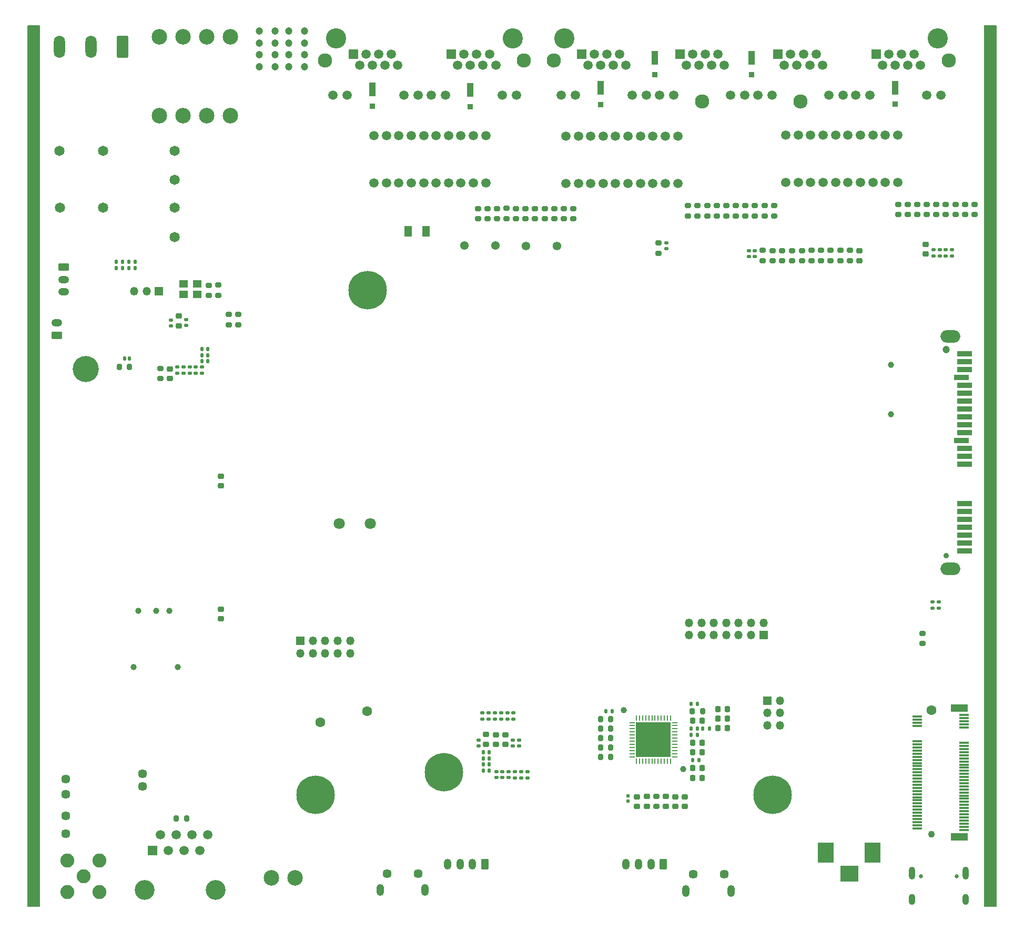
<source format=gbs>
G04 #@! TF.GenerationSoftware,KiCad,Pcbnew,8.0.0-rc1*
G04 #@! TF.CreationDate,2025-03-26T09:49:13+03:00*
G04 #@! TF.ProjectId,Movita_3566_HXV_Router_V4.1,4d6f7669-7461-45f3-9335-36365f485856,REV1*
G04 #@! TF.SameCoordinates,Original*
G04 #@! TF.FileFunction,Soldermask,Bot*
G04 #@! TF.FilePolarity,Negative*
%FSLAX46Y46*%
G04 Gerber Fmt 4.6, Leading zero omitted, Abs format (unit mm)*
G04 Created by KiCad (PCBNEW 8.0.0-rc1) date 2025-03-26 09:49:13*
%MOMM*%
%LPD*%
G01*
G04 APERTURE LIST*
G04 Aperture macros list*
%AMRoundRect*
0 Rectangle with rounded corners*
0 $1 Rounding radius*
0 $2 $3 $4 $5 $6 $7 $8 $9 X,Y pos of 4 corners*
0 Add a 4 corners polygon primitive as box body*
4,1,4,$2,$3,$4,$5,$6,$7,$8,$9,$2,$3,0*
0 Add four circle primitives for the rounded corners*
1,1,$1+$1,$2,$3*
1,1,$1+$1,$4,$5*
1,1,$1+$1,$6,$7*
1,1,$1+$1,$8,$9*
0 Add four rect primitives between the rounded corners*
20,1,$1+$1,$2,$3,$4,$5,0*
20,1,$1+$1,$4,$5,$6,$7,0*
20,1,$1+$1,$6,$7,$8,$9,0*
20,1,$1+$1,$8,$9,$2,$3,0*%
G04 Aperture macros list end*
%ADD10C,1.500000*%
%ADD11RoundRect,0.250000X-0.625000X0.350000X-0.625000X-0.350000X0.625000X-0.350000X0.625000X0.350000X0*%
%ADD12O,1.750000X1.200000*%
%ADD13C,1.381000*%
%ADD14C,1.200000*%
%ADD15O,1.200000X1.900000*%
%ADD16C,1.450000*%
%ADD17C,4.200000*%
%ADD18C,3.250000*%
%ADD19R,1.500000X1.500000*%
%ADD20C,2.300000*%
%ADD21C,0.900000*%
%ADD22C,6.200000*%
%ADD23R,2.500000X3.200000*%
%ADD24R,3.000000X2.500000*%
%ADD25R,1.350000X1.350000*%
%ADD26O,1.350000X1.350000*%
%ADD27C,1.650000*%
%ADD28C,2.250000*%
%ADD29RoundRect,0.250000X0.625000X-0.350000X0.625000X0.350000X-0.625000X0.350000X-0.625000X-0.350000X0*%
%ADD30C,2.500000*%
%ADD31C,0.650000*%
%ADD32O,1.000000X2.100000*%
%ADD33O,1.000000X1.800000*%
%ADD34RoundRect,0.250000X0.650000X1.550000X-0.650000X1.550000X-0.650000X-1.550000X0.650000X-1.550000X0*%
%ADD35O,1.800000X3.600000*%
%ADD36C,3.200000*%
%ADD37C,1.000000*%
%ADD38C,1.800000*%
%ADD39RoundRect,0.140000X0.170000X-0.140000X0.170000X0.140000X-0.170000X0.140000X-0.170000X-0.140000X0*%
%ADD40RoundRect,0.135000X-0.135000X-0.185000X0.135000X-0.185000X0.135000X0.185000X-0.135000X0.185000X0*%
%ADD41RoundRect,0.200000X0.275000X-0.200000X0.275000X0.200000X-0.275000X0.200000X-0.275000X-0.200000X0*%
%ADD42RoundRect,0.140000X-0.170000X0.140000X-0.170000X-0.140000X0.170000X-0.140000X0.170000X0.140000X0*%
%ADD43RoundRect,0.135000X0.135000X0.185000X-0.135000X0.185000X-0.135000X-0.185000X0.135000X-0.185000X0*%
%ADD44RoundRect,0.200000X-0.275000X0.200000X-0.275000X-0.200000X0.275000X-0.200000X0.275000X0.200000X0*%
%ADD45RoundRect,0.062500X-0.062500X0.375000X-0.062500X-0.375000X0.062500X-0.375000X0.062500X0.375000X0*%
%ADD46RoundRect,0.062500X-0.375000X0.062500X-0.375000X-0.062500X0.375000X-0.062500X0.375000X0.062500X0*%
%ADD47R,5.600000X5.600000*%
%ADD48RoundRect,0.225000X0.250000X-0.225000X0.250000X0.225000X-0.250000X0.225000X-0.250000X-0.225000X0*%
%ADD49RoundRect,0.225000X-0.225000X-0.250000X0.225000X-0.250000X0.225000X0.250000X-0.225000X0.250000X0*%
%ADD50RoundRect,0.135000X-0.185000X0.135000X-0.185000X-0.135000X0.185000X-0.135000X0.185000X0.135000X0*%
%ADD51R,1.120000X2.170000*%
%ADD52R,0.850000X0.850000*%
%ADD53RoundRect,0.225000X-0.250000X0.225000X-0.250000X-0.225000X0.250000X-0.225000X0.250000X0.225000X0*%
%ADD54C,1.600000*%
%ADD55RoundRect,0.200000X0.200000X0.275000X-0.200000X0.275000X-0.200000X-0.275000X0.200000X-0.275000X0*%
%ADD56RoundRect,0.140000X-0.140000X-0.170000X0.140000X-0.170000X0.140000X0.170000X-0.140000X0.170000X0*%
%ADD57R,0.600000X0.550000*%
%ADD58RoundRect,0.135000X0.185000X-0.135000X0.185000X0.135000X-0.185000X0.135000X-0.185000X-0.135000X0*%
%ADD59RoundRect,0.250000X0.350000X0.625000X-0.350000X0.625000X-0.350000X-0.625000X0.350000X-0.625000X0*%
%ADD60O,1.200000X1.750000*%
%ADD61R,1.200000X1.800000*%
%ADD62RoundRect,0.225000X0.225000X0.250000X-0.225000X0.250000X-0.225000X-0.250000X0.225000X-0.250000X0*%
%ADD63C,1.100000*%
%ADD64R,1.550000X0.300000*%
%ADD65R,2.750000X1.200000*%
%ADD66RoundRect,0.125000X0.125000X0.175000X-0.125000X0.175000X-0.125000X-0.175000X0.125000X-0.175000X0*%
%ADD67RoundRect,0.200000X-0.200000X-0.275000X0.200000X-0.275000X0.200000X0.275000X-0.200000X0.275000X0*%
%ADD68O,3.200000X2.000000*%
%ADD69R,2.400000X0.900000*%
%ADD70RoundRect,0.500000X-0.200000X-0.150000X0.200000X-0.150000X0.200000X0.150000X-0.200000X0.150000X0*%
%ADD71R,1.400000X1.200000*%
G04 APERTURE END LIST*
D10*
X103250000Y-50940000D03*
X105250000Y-50940000D03*
X107250000Y-50940000D03*
X109250000Y-50940000D03*
X111250000Y-50940000D03*
X113250000Y-50940000D03*
X115250000Y-50940000D03*
X117250000Y-50940000D03*
X119250000Y-50940000D03*
X121250000Y-50940000D03*
X121250000Y-43320000D03*
X119250000Y-43320000D03*
X117250000Y-43320000D03*
X115250000Y-43320000D03*
X113250000Y-43320000D03*
X111250000Y-43320000D03*
X109250000Y-43320000D03*
X107250000Y-43320000D03*
X105250000Y-43320000D03*
X103250000Y-43320000D03*
D11*
X53280000Y-64530000D03*
D12*
X53280000Y-66530000D03*
X53280000Y-68530000D03*
D13*
X117830000Y-61090000D03*
X122830000Y-61090000D03*
D14*
X89550000Y-26540000D03*
X92090000Y-26540000D03*
X89550000Y-28440000D03*
X92090000Y-28440000D03*
X89550000Y-30340000D03*
X92090000Y-30340000D03*
X89550000Y-32240000D03*
X92090000Y-32240000D03*
D15*
X104240000Y-164890000D03*
D16*
X105365000Y-162210000D03*
X110365000Y-162210000D03*
D15*
X111490000Y-164890000D03*
D13*
X132690000Y-61100000D03*
X127690000Y-61100000D03*
D17*
X56820000Y-80930000D03*
D14*
X84810000Y-26540000D03*
X87350000Y-26540000D03*
X84810000Y-28440000D03*
X87350000Y-28440000D03*
X84810000Y-30340000D03*
X87350000Y-30340000D03*
X84810000Y-32240000D03*
X87350000Y-32240000D03*
D18*
X125630000Y-27670000D03*
X97130000Y-27670000D03*
D19*
X99910000Y-30210000D03*
X115710000Y-30210000D03*
D10*
X100930000Y-31990000D03*
X116730000Y-31990000D03*
X101950000Y-30210000D03*
X117750000Y-30210000D03*
X102970000Y-31990000D03*
X118770000Y-31990000D03*
X103990000Y-30210000D03*
X119790000Y-30210000D03*
X105010000Y-31990000D03*
X120810000Y-31990000D03*
X106030000Y-30210000D03*
X121830000Y-30210000D03*
X107050000Y-31990000D03*
X122850000Y-31990000D03*
X98920000Y-36800000D03*
X96630000Y-36800000D03*
X110350000Y-36800000D03*
X108060000Y-36800000D03*
X114730000Y-36800000D03*
X112440000Y-36800000D03*
X126160000Y-36800000D03*
X123870000Y-36800000D03*
D20*
X127380000Y-31230000D03*
X95380000Y-31230000D03*
D21*
X99657580Y-68255000D03*
X100407580Y-66405000D03*
X100407580Y-70105000D03*
X102257580Y-65655000D03*
D22*
X102257580Y-68255000D03*
D21*
X102257580Y-70855000D03*
X104107580Y-66405000D03*
X104107580Y-70105000D03*
X104857580Y-68255000D03*
D23*
X175990000Y-158840000D03*
X183490000Y-158840000D03*
D24*
X179740000Y-162190000D03*
D25*
X166579903Y-134351703D03*
D26*
X168579903Y-134351703D03*
X166579903Y-136351703D03*
X168579903Y-136351703D03*
X166579903Y-138351703D03*
X168579903Y-138351703D03*
D27*
X71130000Y-50470000D03*
X71130000Y-45770000D03*
X59630000Y-45770000D03*
X52630000Y-45770000D03*
D25*
X165952000Y-123811703D03*
D26*
X165952000Y-121811703D03*
X163952000Y-123811703D03*
X163952000Y-121811703D03*
X161952000Y-123811703D03*
X161952000Y-121811703D03*
X159952000Y-123811703D03*
X159952000Y-121811703D03*
X157952000Y-123811703D03*
X157952000Y-121811703D03*
X155952000Y-123811703D03*
X155952000Y-121811703D03*
X153952000Y-123811703D03*
X153952000Y-121811703D03*
D25*
X68650000Y-68390000D03*
D26*
X66650000Y-68390000D03*
X64650000Y-68390000D03*
D28*
X56470000Y-162660000D03*
X53920000Y-165210000D03*
X59020000Y-165210000D03*
X59020000Y-160110000D03*
X53920000Y-160110000D03*
D25*
X91400000Y-124730000D03*
D26*
X91400000Y-126730000D03*
X93400000Y-124730000D03*
X93400000Y-126730000D03*
X95400000Y-124730000D03*
X95400000Y-126730000D03*
X97400000Y-124730000D03*
X97400000Y-126730000D03*
X99400000Y-124730000D03*
X99400000Y-126730000D03*
D18*
X194015000Y-27670000D03*
X133915000Y-27670000D03*
D19*
X136695000Y-30210000D03*
X152495000Y-30210000D03*
X168295000Y-30210000D03*
X184095000Y-30210000D03*
D10*
X137715000Y-31990000D03*
X153515000Y-31990000D03*
X169315000Y-31990000D03*
X185115000Y-31990000D03*
X138735000Y-30210000D03*
X154535000Y-30210000D03*
X170335000Y-30210000D03*
X186135000Y-30210000D03*
X139755000Y-31990000D03*
X155555000Y-31990000D03*
X171355000Y-31990000D03*
X187155000Y-31990000D03*
X140775000Y-30210000D03*
X156575000Y-30210000D03*
X172375000Y-30210000D03*
X188175000Y-30210000D03*
X141795000Y-31990000D03*
X157595000Y-31990000D03*
X173395000Y-31990000D03*
X189195000Y-31990000D03*
X142815000Y-30210000D03*
X158615000Y-30210000D03*
X174415000Y-30210000D03*
X190215000Y-30210000D03*
X143835000Y-31990000D03*
X159635000Y-31990000D03*
X175435000Y-31990000D03*
X191235000Y-31990000D03*
X135695000Y-36800000D03*
X133405000Y-36800000D03*
X147125000Y-36800000D03*
X144835000Y-36800000D03*
X151505000Y-36800000D03*
X149215000Y-36800000D03*
X162935000Y-36800000D03*
X160645000Y-36800000D03*
X167315000Y-36800000D03*
X165025000Y-36800000D03*
X178745000Y-36800000D03*
X176455000Y-36800000D03*
X183125000Y-36800000D03*
X180835000Y-36800000D03*
X194555000Y-36800000D03*
X192265000Y-36800000D03*
D20*
X195765000Y-31230000D03*
X171865000Y-37820000D03*
X156065000Y-37820000D03*
X132165000Y-31230000D03*
D27*
X71160000Y-59660000D03*
X71160000Y-54960000D03*
X59660000Y-54960000D03*
X52660000Y-54960000D03*
D15*
X153470000Y-165010000D03*
D16*
X154595000Y-162330000D03*
X159595000Y-162330000D03*
D15*
X160720000Y-165010000D03*
D29*
X52180000Y-75500000D03*
D12*
X52180000Y-73500000D03*
D30*
X68715000Y-27420000D03*
X72525000Y-27420000D03*
X76335000Y-27420000D03*
X80145000Y-27420000D03*
X68715000Y-40120000D03*
X72525000Y-40120000D03*
X76335000Y-40120000D03*
X80145000Y-40120000D03*
D31*
X191300000Y-162690000D03*
X197080000Y-162690000D03*
D32*
X189870000Y-162170000D03*
D33*
X189870000Y-166370000D03*
D32*
X198510000Y-162170000D03*
D33*
X198510000Y-166370000D03*
D10*
X134145000Y-51050000D03*
X136145000Y-51050000D03*
X138145000Y-51050000D03*
X140145000Y-51050000D03*
X142145000Y-51050000D03*
X144145000Y-51050000D03*
X146145000Y-51050000D03*
X148145000Y-51050000D03*
X150145000Y-51050000D03*
X152145000Y-51050000D03*
X152145000Y-43430000D03*
X150145000Y-43430000D03*
X148145000Y-43430000D03*
X146145000Y-43430000D03*
X144145000Y-43430000D03*
X142145000Y-43430000D03*
X140145000Y-43430000D03*
X138145000Y-43430000D03*
X136145000Y-43430000D03*
X134145000Y-43430000D03*
D34*
X62802500Y-29027500D03*
D35*
X57722500Y-29027500D03*
X52642500Y-29027500D03*
D21*
X91280000Y-149550000D03*
X92030000Y-147700000D03*
X92030000Y-151400000D03*
X93880000Y-146950000D03*
D22*
X93880000Y-149550000D03*
D21*
X93880000Y-152150000D03*
X95730000Y-147700000D03*
X95730000Y-151400000D03*
X96480000Y-149550000D03*
D36*
X66345000Y-164827500D03*
X77775000Y-164827500D03*
D19*
X67615000Y-158477500D03*
D10*
X68885000Y-155937500D03*
X70155000Y-158477500D03*
X71425000Y-155937500D03*
X72695000Y-158477500D03*
X73965000Y-155937500D03*
X75235000Y-158477500D03*
X76505000Y-155937500D03*
D21*
X164780000Y-149550000D03*
X165530000Y-147700000D03*
X165530000Y-151400000D03*
X167380000Y-146950000D03*
D22*
X167380000Y-149550000D03*
D21*
X167380000Y-152150000D03*
X169230000Y-147700000D03*
X169230000Y-151400000D03*
X169980000Y-149550000D03*
D37*
X186510000Y-88220000D03*
X186510000Y-80240000D03*
D38*
X97640000Y-105830000D03*
X102640000Y-105830000D03*
D10*
X169555000Y-50880000D03*
X171555000Y-50880000D03*
X173555000Y-50880000D03*
X175555000Y-50880000D03*
X177555000Y-50880000D03*
X179555000Y-50880000D03*
X181555000Y-50880000D03*
X183555000Y-50880000D03*
X185555000Y-50880000D03*
X187555000Y-50880000D03*
X187555000Y-43260000D03*
X185555000Y-43260000D03*
X183555000Y-43260000D03*
X181555000Y-43260000D03*
X179555000Y-43260000D03*
X177555000Y-43260000D03*
X175555000Y-43260000D03*
X173555000Y-43260000D03*
X171555000Y-43260000D03*
X169555000Y-43260000D03*
D39*
X73040000Y-73960000D03*
X73040000Y-73000000D03*
D37*
X65280000Y-119920000D03*
D40*
X140580000Y-136045000D03*
X141600000Y-136045000D03*
D39*
X70530000Y-74000000D03*
X70530000Y-73040000D03*
D41*
X79890000Y-73817500D03*
X79890000Y-72167500D03*
D42*
X124940000Y-145800000D03*
X124940000Y-146760000D03*
D39*
X122960000Y-146760000D03*
X122960000Y-145800000D03*
D43*
X155290000Y-139890000D03*
X154270000Y-139890000D03*
D41*
X81440000Y-73807500D03*
X81440000Y-72157500D03*
D44*
X187620000Y-54430000D03*
X187620000Y-56080000D03*
D45*
X145490000Y-137202500D03*
X145990000Y-137202500D03*
X146490000Y-137202500D03*
X146990000Y-137202500D03*
X147490000Y-137202500D03*
X147990000Y-137202500D03*
X148490000Y-137202500D03*
X148990000Y-137202500D03*
X149490000Y-137202500D03*
X149990000Y-137202500D03*
X150490000Y-137202500D03*
X150990000Y-137202500D03*
D46*
X151677500Y-137890000D03*
X151677500Y-138390000D03*
X151677500Y-138890000D03*
X151677500Y-139390000D03*
X151677500Y-139890000D03*
X151677500Y-140390000D03*
X151677500Y-140890000D03*
X151677500Y-141390000D03*
X151677500Y-141890000D03*
X151677500Y-142390000D03*
X151677500Y-142890000D03*
X151677500Y-143390000D03*
D45*
X150990000Y-144077500D03*
X150490000Y-144077500D03*
X149990000Y-144077500D03*
X149490000Y-144077500D03*
X148990000Y-144077500D03*
X148490000Y-144077500D03*
X147990000Y-144077500D03*
X147490000Y-144077500D03*
X146990000Y-144077500D03*
X146490000Y-144077500D03*
X145990000Y-144077500D03*
X145490000Y-144077500D03*
D46*
X144802500Y-143390000D03*
X144802500Y-142890000D03*
X144802500Y-142390000D03*
X144802500Y-141890000D03*
X144802500Y-141390000D03*
X144802500Y-140890000D03*
X144802500Y-140390000D03*
X144802500Y-139890000D03*
X144802500Y-139390000D03*
X144802500Y-138890000D03*
X144802500Y-138390000D03*
X144802500Y-137890000D03*
D47*
X148240000Y-140640000D03*
D43*
X64770000Y-64682500D03*
X63750000Y-64682500D03*
D41*
X196850000Y-56060000D03*
X196850000Y-54410000D03*
D48*
X71790000Y-73987500D03*
X71790000Y-72437500D03*
D49*
X158610000Y-135707500D03*
X160160000Y-135707500D03*
D50*
X122690000Y-136350000D03*
X122690000Y-137370000D03*
D51*
X148490000Y-30865000D03*
D52*
X148490000Y-33545000D03*
D50*
X123710000Y-136350000D03*
X123710000Y-137370000D03*
D53*
X150200000Y-149815000D03*
X150200000Y-151365000D03*
D50*
X126930000Y-145780000D03*
X126930000Y-146800000D03*
D49*
X158622500Y-138769998D03*
X160172500Y-138769998D03*
D44*
X164580000Y-54640000D03*
X164580000Y-56290000D03*
D48*
X78610000Y-99730000D03*
X78610000Y-98180000D03*
D40*
X61740000Y-63642500D03*
X62760000Y-63642500D03*
D54*
X94620000Y-137870000D03*
X102120000Y-136070000D03*
D44*
X129190000Y-55100000D03*
X129190000Y-56750000D03*
D55*
X63910000Y-80590000D03*
X62260000Y-80590000D03*
D42*
X193340000Y-61742500D03*
X193340000Y-62702500D03*
D41*
X170540000Y-63522500D03*
X170540000Y-61872500D03*
X76630000Y-69105000D03*
X76630000Y-67455000D03*
D44*
X192240000Y-54420000D03*
X192240000Y-56070000D03*
D56*
X120850000Y-145620000D03*
X121810000Y-145620000D03*
D42*
X75540000Y-80647500D03*
X75540000Y-81607500D03*
D57*
X144175000Y-150515000D03*
X144175000Y-149665000D03*
D44*
X193770000Y-54420000D03*
X193770000Y-56070000D03*
D48*
X78630000Y-121200000D03*
X78630000Y-119650000D03*
D42*
X126610000Y-140705000D03*
X126610000Y-141665000D03*
D41*
X148680000Y-151415000D03*
X148680000Y-149765000D03*
D58*
X120670000Y-137370000D03*
X120670000Y-136350000D03*
D42*
X125620000Y-140705000D03*
X125620000Y-141665000D03*
D56*
X120860000Y-144640000D03*
X121820000Y-144640000D03*
D37*
X64560000Y-128960000D03*
D40*
X61740000Y-64672500D03*
X62760000Y-64672500D03*
D41*
X175210000Y-63495000D03*
X175210000Y-61845000D03*
D59*
X121100000Y-160680000D03*
D60*
X119100000Y-160680000D03*
X117100000Y-160680000D03*
X115100000Y-160680000D03*
D53*
X151720000Y-149825000D03*
X151720000Y-151375000D03*
D41*
X178320000Y-63495000D03*
X178320000Y-61845000D03*
X168970000Y-63535000D03*
X168970000Y-61885000D03*
D44*
X68830000Y-80847500D03*
X68830000Y-82497500D03*
X191520000Y-123505000D03*
X191520000Y-125155000D03*
D56*
X120860000Y-142680000D03*
X121820000Y-142680000D03*
D51*
X139730000Y-35675000D03*
D52*
X139730000Y-38355000D03*
D53*
X153240000Y-149825000D03*
X153240000Y-151375000D03*
D61*
X108730000Y-58740000D03*
X111630000Y-58740000D03*
D44*
X123060000Y-55100000D03*
X123060000Y-56750000D03*
X163040000Y-54630000D03*
X163040000Y-56280000D03*
D42*
X150330000Y-60640000D03*
X150330000Y-61600000D03*
D53*
X147150000Y-149815000D03*
X147150000Y-151365000D03*
D49*
X154545000Y-137620000D03*
X156095000Y-137620000D03*
D44*
X165850000Y-61855000D03*
X165850000Y-63505000D03*
D42*
X163580000Y-61880000D03*
X163580000Y-62840000D03*
X194320000Y-61742500D03*
X194320000Y-62702500D03*
D58*
X127940000Y-146800000D03*
X127940000Y-145780000D03*
X125930000Y-146800000D03*
X125930000Y-145780000D03*
D51*
X164040000Y-30845000D03*
D52*
X164040000Y-33525000D03*
D56*
X75560000Y-78707500D03*
X76520000Y-78707500D03*
D42*
X193190000Y-118470000D03*
X193190000Y-119430000D03*
D62*
X156095000Y-145240000D03*
X154545000Y-145240000D03*
D42*
X72590000Y-80647500D03*
X72590000Y-81607500D03*
D49*
X154560000Y-142690000D03*
X156110000Y-142690000D03*
X158617500Y-137229998D03*
X160167500Y-137229998D03*
D63*
X192965000Y-155910000D03*
D54*
X192965000Y-135910000D03*
D64*
X198240000Y-155160000D03*
X190690000Y-154910000D03*
X198240000Y-154660000D03*
X190690000Y-154410000D03*
X198240000Y-154160000D03*
X190690000Y-153910000D03*
X198240000Y-153660000D03*
X190690000Y-153410000D03*
X198240000Y-153160000D03*
X190690000Y-152910000D03*
X198240000Y-152660000D03*
X190690000Y-152410000D03*
X198240000Y-152160000D03*
X190690000Y-151910000D03*
X198240000Y-151660000D03*
X190690000Y-151410000D03*
X198240000Y-151160000D03*
X190690000Y-150910000D03*
X198240000Y-150660000D03*
X190690000Y-150410000D03*
X198240000Y-150160000D03*
X190690000Y-149910000D03*
X198240000Y-149660000D03*
X190690000Y-149410000D03*
X198240000Y-149160000D03*
X190690000Y-148910000D03*
X198240000Y-148660000D03*
X190690000Y-148410000D03*
X198240000Y-148160000D03*
X190690000Y-147910000D03*
X198240000Y-147660000D03*
X190690000Y-147410000D03*
X198240000Y-147160000D03*
X190690000Y-146910000D03*
X198240000Y-146660000D03*
X190690000Y-146410000D03*
X198240000Y-146160000D03*
X190690000Y-145910000D03*
X198240000Y-145660000D03*
X190690000Y-145410000D03*
X198240000Y-145160000D03*
X190690000Y-144910000D03*
X198240000Y-144660000D03*
X190690000Y-144410000D03*
X198240000Y-144160000D03*
X190690000Y-143910000D03*
X198240000Y-143660000D03*
X190690000Y-143410000D03*
X198240000Y-143160000D03*
X190690000Y-142910000D03*
X198240000Y-142660000D03*
X190690000Y-142410000D03*
X198240000Y-142160000D03*
X190690000Y-141910000D03*
X198240000Y-141660000D03*
X190690000Y-141410000D03*
X198240000Y-141160000D03*
X190690000Y-140910000D03*
X198240000Y-138660000D03*
X190690000Y-138410000D03*
X198240000Y-138160000D03*
X190690000Y-137910000D03*
X198240000Y-137660000D03*
X190690000Y-137410000D03*
X198240000Y-137160000D03*
X190690000Y-136910000D03*
X198240000Y-136660000D03*
D65*
X197465000Y-156260000D03*
X197465000Y-135560000D03*
D44*
X199940000Y-54440000D03*
X199940000Y-56090000D03*
X195310000Y-54410000D03*
X195310000Y-56060000D03*
D37*
X153010000Y-145410000D03*
D44*
X167650000Y-54640000D03*
X167650000Y-56290000D03*
X155330000Y-54620000D03*
X155330000Y-56270000D03*
X166120000Y-54630000D03*
X166120000Y-56280000D03*
D40*
X156200000Y-138890000D03*
X157220000Y-138890000D03*
D44*
X161500000Y-54630000D03*
X161500000Y-56280000D03*
D21*
X117120114Y-145910000D03*
X116370114Y-147760000D03*
X116370114Y-144060000D03*
X114520114Y-148510000D03*
D22*
X114520114Y-145910000D03*
D21*
X114520114Y-143310000D03*
X112670114Y-147760000D03*
X112670114Y-144060000D03*
X111920114Y-145910000D03*
D55*
X141375000Y-143400000D03*
X139725000Y-143400000D03*
D44*
X121510000Y-55100000D03*
X121510000Y-56750000D03*
X189160000Y-54415000D03*
X189160000Y-56065000D03*
D58*
X121680000Y-137370000D03*
X121680000Y-136350000D03*
D44*
X127660000Y-55090000D03*
X127660000Y-56740000D03*
X135360000Y-55125000D03*
X135360000Y-56775000D03*
D56*
X75560000Y-79687500D03*
X76520000Y-79687500D03*
D44*
X126120000Y-55090000D03*
X126120000Y-56740000D03*
D66*
X63903489Y-79290000D03*
X63103489Y-79290000D03*
D44*
X149030000Y-60650000D03*
X149030000Y-62300000D03*
D41*
X179870000Y-63505000D03*
X179870000Y-61855000D03*
D37*
X70290000Y-119920000D03*
D56*
X75560000Y-77727500D03*
X76520000Y-77727500D03*
D41*
X173670000Y-63505000D03*
X173670000Y-61855000D03*
D53*
X192050000Y-60892500D03*
X192050000Y-62442500D03*
D44*
X124590000Y-55065000D03*
X124590000Y-56715000D03*
D43*
X155285000Y-134840000D03*
X154265000Y-134840000D03*
D50*
X125720000Y-136350000D03*
X125720000Y-137370000D03*
D44*
X133810000Y-55125000D03*
X133810000Y-56775000D03*
D39*
X123940000Y-146760000D03*
X123940000Y-145800000D03*
D42*
X74560000Y-80647500D03*
X74560000Y-81607500D03*
D62*
X156115000Y-146790000D03*
X154565000Y-146790000D03*
D44*
X130720000Y-55105000D03*
X130720000Y-56755000D03*
D67*
X71425000Y-153370000D03*
X73075000Y-153370000D03*
D44*
X167390000Y-61875000D03*
X167390000Y-63525000D03*
D42*
X164570000Y-61880000D03*
X164570000Y-62840000D03*
D21*
X195317580Y-110965000D03*
D14*
X195317580Y-77775000D03*
D68*
X196077580Y-113080000D03*
X196077580Y-75660000D03*
D69*
X198317580Y-96260000D03*
X198317580Y-94980000D03*
X198317580Y-93710000D03*
X197817580Y-92440000D03*
X198317580Y-91170000D03*
X198317580Y-89900000D03*
X198317580Y-88630000D03*
X198317580Y-87360000D03*
X198317580Y-86090000D03*
X198317580Y-84820000D03*
X198317580Y-83550000D03*
X197817580Y-82280000D03*
X198317580Y-81010000D03*
X198317580Y-79740000D03*
X198317580Y-78470000D03*
X198317580Y-110220000D03*
X198317580Y-108950000D03*
X198317580Y-107680000D03*
X198317580Y-106410000D03*
X198317580Y-105140000D03*
X198317580Y-103870000D03*
X198317580Y-102600000D03*
D51*
X102975000Y-35945000D03*
D52*
X102975000Y-38625000D03*
D37*
X68210000Y-119920000D03*
D53*
X124370000Y-139840000D03*
X124370000Y-141390000D03*
D56*
X120860000Y-143665000D03*
X121820000Y-143665000D03*
D43*
X155280000Y-138880000D03*
X154260000Y-138880000D03*
D51*
X187160000Y-35630000D03*
D52*
X187160000Y-38310000D03*
D44*
X119980000Y-55125000D03*
X119980000Y-56775000D03*
D55*
X141365000Y-141880000D03*
X139715000Y-141880000D03*
D37*
X71620000Y-128990000D03*
D55*
X156155000Y-136100000D03*
X154505000Y-136100000D03*
D41*
X172120000Y-63510000D03*
X172120000Y-61860000D03*
D48*
X145535000Y-151380000D03*
X145535000Y-149830000D03*
D42*
X194170000Y-118470000D03*
X194170000Y-119430000D03*
D59*
X149830000Y-160720000D03*
D60*
X147830000Y-160720000D03*
X145830000Y-160720000D03*
X143830000Y-160720000D03*
D50*
X124710000Y-136350000D03*
X124710000Y-137370000D03*
D44*
X156880000Y-54620000D03*
X156880000Y-56270000D03*
D51*
X118770000Y-35985000D03*
D52*
X118770000Y-38665000D03*
D43*
X64770000Y-63642500D03*
X63750000Y-63642500D03*
D49*
X154550000Y-141150000D03*
X156100000Y-141150000D03*
D44*
X159960000Y-54620000D03*
X159960000Y-56270000D03*
D40*
X154550000Y-143960000D03*
X155570000Y-143960000D03*
D42*
X195300000Y-61742500D03*
X195300000Y-62702500D03*
X73580000Y-80647500D03*
X73580000Y-81607500D03*
D44*
X198390000Y-54430000D03*
X198390000Y-56080000D03*
X190700000Y-54425000D03*
X190700000Y-56075000D03*
X158420000Y-54620000D03*
X158420000Y-56270000D03*
D30*
X90530000Y-162870000D03*
X86720000Y-162870000D03*
D41*
X176760000Y-63495000D03*
X176760000Y-61845000D03*
D70*
X53670000Y-155755000D03*
X53670000Y-152955000D03*
X53670000Y-149455000D03*
X53670000Y-146955000D03*
X65970000Y-146155000D03*
X65970000Y-148155000D03*
D53*
X122850000Y-139835000D03*
X122850000Y-141385000D03*
X181400000Y-61915000D03*
X181400000Y-63465000D03*
X70360000Y-80922500D03*
X70360000Y-82472500D03*
D55*
X141375000Y-137325000D03*
X139725000Y-137325000D03*
D39*
X120050000Y-141685000D03*
X120050000Y-140725000D03*
D55*
X141362500Y-138840000D03*
X139712500Y-138840000D03*
D44*
X153790000Y-54640000D03*
X153790000Y-56290000D03*
X132260000Y-55125000D03*
X132260000Y-56775000D03*
D53*
X121310000Y-139830000D03*
X121310000Y-141380000D03*
D67*
X139715000Y-140365000D03*
X141365000Y-140365000D03*
D71*
X72590000Y-67240000D03*
X74790000Y-67240000D03*
X74790000Y-68940000D03*
X72590000Y-68940000D03*
D42*
X71610000Y-80647500D03*
X71610000Y-81607500D03*
X196280000Y-61742500D03*
X196280000Y-62702500D03*
D41*
X78200000Y-69075000D03*
X78200000Y-67425000D03*
D37*
X143470000Y-135870000D03*
G36*
X49413039Y-25569685D02*
G01*
X49458794Y-25622489D01*
X49470000Y-25674000D01*
X49470000Y-167426000D01*
X49450315Y-167493039D01*
X49397511Y-167538794D01*
X49346000Y-167550000D01*
X47594009Y-167550000D01*
X47526970Y-167530315D01*
X47481215Y-167477511D01*
X47470009Y-167425991D01*
X47479991Y-25673991D01*
X47499680Y-25606953D01*
X47552487Y-25561202D01*
X47603991Y-25550000D01*
X49346000Y-25550000D01*
X49413039Y-25569685D01*
G37*
G36*
X203412517Y-25569972D02*
G01*
X203458535Y-25622546D01*
X203470000Y-25674621D01*
X203470000Y-167416618D01*
X203450315Y-167483657D01*
X203397511Y-167529412D01*
X203346620Y-167540616D01*
X201594620Y-167549376D01*
X201527483Y-167530027D01*
X201481465Y-167477453D01*
X201470000Y-167425378D01*
X201470000Y-25683381D01*
X201489685Y-25616342D01*
X201542489Y-25570587D01*
X201593380Y-25559383D01*
X203345380Y-25550623D01*
X203412517Y-25569972D01*
G37*
M02*

</source>
